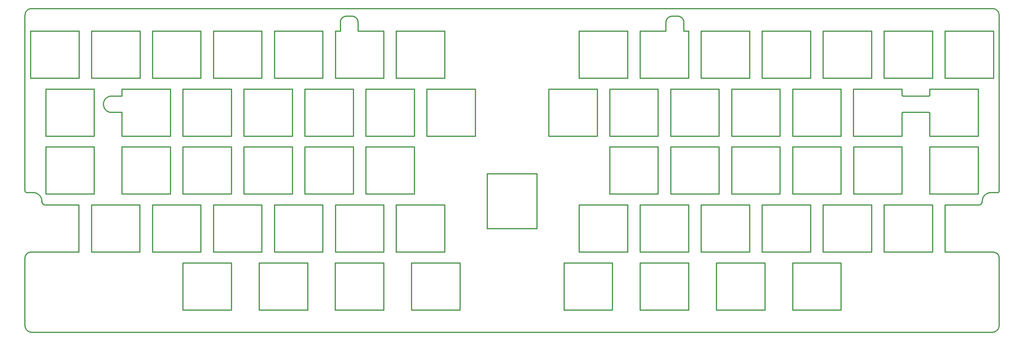
<source format=gm1>
%TF.GenerationSoftware,KiCad,Pcbnew,(6.0.1-0)*%
%TF.CreationDate,2022-02-13T08:03:48+09:00*%
%TF.ProjectId,keyplate,6b657970-6c61-4746-952e-6b696361645f,rev?*%
%TF.SameCoordinates,Original*%
%TF.FileFunction,Profile,NP*%
%FSLAX46Y46*%
G04 Gerber Fmt 4.6, Leading zero omitted, Abs format (unit mm)*
G04 Created by KiCad (PCBNEW (6.0.1-0)) date 2022-02-13 08:03:48*
%MOMM*%
%LPD*%
G01*
G04 APERTURE LIST*
%TA.AperFunction,Profile*%
%ADD10C,0.352776*%
%TD*%
G04 APERTURE END LIST*
D10*
X245087911Y-24199719D02*
X245087911Y-37999644D01*
X245087911Y-37999644D02*
X230885457Y-37999644D01*
X230885457Y-37999644D02*
X230885457Y-24199719D01*
X230885457Y-24199719D02*
X245087911Y-24199719D01*
X245087911Y-24199719D02*
X245087911Y-24199719D01*
X66490739Y-75200324D02*
X66490739Y-89000251D01*
X66490739Y-89000251D02*
X52290761Y-89000251D01*
X52290761Y-89000251D02*
X52290761Y-75200324D01*
X52290761Y-75200324D02*
X66490739Y-75200324D01*
X66490739Y-75200324D02*
X66490739Y-75200324D01*
X191509221Y-24199719D02*
X191509221Y-37999644D01*
X191509221Y-37999644D02*
X177309255Y-37999644D01*
X177309255Y-37999644D02*
X177309255Y-24199719D01*
X177309255Y-24199719D02*
X191509221Y-24199719D01*
X191509221Y-24199719D02*
X191509221Y-24199719D01*
X66493211Y-24199719D02*
X66493211Y-37999644D01*
X66493211Y-37999644D02*
X52293229Y-37999644D01*
X52293229Y-37999644D02*
X52293229Y-24199719D01*
X52293229Y-24199719D02*
X66493211Y-24199719D01*
X66493211Y-24199719D02*
X66493211Y-24199719D01*
X262946553Y-24199719D02*
X262946553Y-37999644D01*
X262946553Y-37999644D02*
X248746572Y-37999644D01*
X248746572Y-37999644D02*
X248746572Y-24199719D01*
X248746572Y-24199719D02*
X262946553Y-24199719D01*
X262946553Y-24199719D02*
X262946553Y-24199719D01*
X231696843Y-92205932D02*
X231696843Y-106005500D01*
X231696843Y-106005500D02*
X217496877Y-106005500D01*
X217496877Y-106005500D02*
X217496877Y-92205932D01*
X217496877Y-92205932D02*
X231696843Y-92205932D01*
X231696843Y-92205932D02*
X231696843Y-92205932D01*
X164893621Y-82111922D02*
X164893621Y-66011889D01*
X164893621Y-66011889D02*
X150393789Y-66011889D01*
X150393789Y-66011889D02*
X150393789Y-82111922D01*
X150393789Y-82111922D02*
X164893621Y-82111922D01*
X164893621Y-82111922D02*
X164893621Y-82111922D01*
X128999982Y-41200036D02*
X128999982Y-54999610D01*
X128999982Y-54999610D02*
X114800000Y-54999610D01*
X114800000Y-54999610D02*
X114800000Y-41200036D01*
X114800000Y-41200036D02*
X128999982Y-41200036D01*
X128999982Y-41200036D02*
X128999982Y-41200036D01*
X236157384Y-41200036D02*
X236157384Y-54999610D01*
X236157384Y-54999610D02*
X221957387Y-54999610D01*
X221957387Y-54999610D02*
X221957387Y-41200036D01*
X221957387Y-41200036D02*
X236157384Y-41200036D01*
X236157384Y-41200036D02*
X236157384Y-41200036D01*
X48626825Y-75200324D02*
X48626825Y-89000251D01*
X48626825Y-89000251D02*
X34426847Y-89000251D01*
X34426847Y-89000251D02*
X34426847Y-75200324D01*
X34426847Y-75200324D02*
X48626825Y-75200324D01*
X48626825Y-75200324D02*
X48626825Y-75200324D01*
X93279912Y-58200000D02*
X93279912Y-71999926D01*
X93279912Y-71999926D02*
X79079938Y-71999926D01*
X79079938Y-71999926D02*
X79079938Y-58200000D01*
X79079938Y-58200000D02*
X93279912Y-58200000D01*
X93279912Y-58200000D02*
X93279912Y-58200000D01*
X111138891Y-41200036D02*
X111138891Y-54999610D01*
X111138891Y-54999610D02*
X96938909Y-54999610D01*
X96938909Y-54999610D02*
X96938909Y-41200036D01*
X96938909Y-41200036D02*
X111138891Y-41200036D01*
X111138891Y-41200036D02*
X111138891Y-41200036D01*
X209365361Y-75200324D02*
X209365361Y-89000251D01*
X209365361Y-89000251D02*
X195165395Y-89000251D01*
X195165395Y-89000251D02*
X195165395Y-75200324D01*
X195165395Y-75200324D02*
X209365361Y-75200324D01*
X209365361Y-75200324D02*
X209365361Y-75200324D01*
X142398458Y-92204169D02*
X142398458Y-106003737D01*
X142398458Y-106003737D02*
X128198468Y-106003737D01*
X128198468Y-106003737D02*
X128198468Y-92204169D01*
X128198468Y-92204169D02*
X142398458Y-92204169D01*
X142398458Y-92204169D02*
X142398458Y-92204169D01*
X102210813Y-24199719D02*
X102210813Y-37999644D01*
X102210813Y-37999644D02*
X88010839Y-37999644D01*
X88010839Y-37999644D02*
X88010839Y-24199719D01*
X88010839Y-24199719D02*
X102210813Y-24199719D01*
X102210813Y-24199719D02*
X102210813Y-24199719D01*
X48634584Y-24199719D02*
X48634584Y-37999644D01*
X48634584Y-37999644D02*
X34434606Y-37999644D01*
X34434606Y-37999644D02*
X34434606Y-24199719D01*
X34434606Y-24199719D02*
X48634584Y-24199719D01*
X48634584Y-24199719D02*
X48634584Y-24199719D01*
X254013524Y-92204169D02*
X254013524Y-106003737D01*
X254013524Y-106003737D02*
X239813543Y-106003737D01*
X239813543Y-106003737D02*
X239813543Y-92204169D01*
X239813543Y-92204169D02*
X254013524Y-92204169D01*
X254013524Y-92204169D02*
X254013524Y-92204169D01*
X271871465Y-42920884D02*
X271871855Y-42936647D01*
X271871855Y-42936647D02*
X271873020Y-42952301D01*
X271873020Y-42952301D02*
X271874948Y-42967819D01*
X271874948Y-42967819D02*
X271877628Y-42983176D01*
X271877628Y-42983176D02*
X271881049Y-42998345D01*
X271881049Y-42998345D02*
X271885202Y-43013299D01*
X271885202Y-43013299D02*
X271890075Y-43028012D01*
X271890075Y-43028012D02*
X271895658Y-43042458D01*
X271895658Y-43042458D02*
X271901939Y-43056611D01*
X271901939Y-43056611D02*
X271908909Y-43070444D01*
X271908909Y-43070444D02*
X271916555Y-43083931D01*
X271916555Y-43083931D02*
X271924869Y-43097045D01*
X271924869Y-43097045D02*
X271933838Y-43109760D01*
X271933838Y-43109760D02*
X271943453Y-43122049D01*
X271943453Y-43122049D02*
X271953701Y-43133887D01*
X271953701Y-43133887D02*
X271964574Y-43145247D01*
X271964574Y-43145247D02*
X271975999Y-43156119D01*
X271975999Y-43156119D02*
X271987893Y-43166367D01*
X271987893Y-43166367D02*
X272000231Y-43175982D01*
X272000231Y-43175982D02*
X272012987Y-43184953D01*
X272012987Y-43184953D02*
X272026136Y-43193268D01*
X272026136Y-43193268D02*
X272039651Y-43200917D01*
X272039651Y-43200917D02*
X272053507Y-43207889D01*
X272053507Y-43207889D02*
X272067678Y-43214173D01*
X272067678Y-43214173D02*
X272082137Y-43219759D01*
X272082137Y-43219759D02*
X272096860Y-43224635D01*
X272096860Y-43224635D02*
X272111820Y-43228791D01*
X272111820Y-43228791D02*
X272126992Y-43232215D01*
X272126992Y-43232215D02*
X272142349Y-43234897D01*
X272142349Y-43234897D02*
X272157865Y-43236827D01*
X272157865Y-43236827D02*
X272173516Y-43237992D01*
X272173516Y-43237992D02*
X272189275Y-43238383D01*
X272189275Y-43238383D02*
X279671697Y-43238383D01*
X279671697Y-43238383D02*
X279687402Y-43237992D01*
X279687402Y-43237992D02*
X279703004Y-43236827D01*
X279703004Y-43236827D02*
X279718479Y-43234897D01*
X279718479Y-43234897D02*
X279733799Y-43232215D01*
X279733799Y-43232215D02*
X279748939Y-43228791D01*
X279748939Y-43228791D02*
X279763872Y-43224635D01*
X279763872Y-43224635D02*
X279778571Y-43219759D01*
X279778571Y-43219759D02*
X279793012Y-43214173D01*
X279793012Y-43214173D02*
X279807167Y-43207889D01*
X279807167Y-43207889D02*
X279821011Y-43200917D01*
X279821011Y-43200917D02*
X279834517Y-43193268D01*
X279834517Y-43193268D02*
X279847658Y-43184953D01*
X279847658Y-43184953D02*
X279860410Y-43175982D01*
X279860410Y-43175982D02*
X279872745Y-43166367D01*
X279872745Y-43166367D02*
X279884638Y-43156119D01*
X279884638Y-43156119D02*
X279896062Y-43145247D01*
X279896062Y-43145247D02*
X279906930Y-43133887D01*
X279906930Y-43133887D02*
X279917176Y-43122049D01*
X279917176Y-43122049D02*
X279926790Y-43109760D01*
X279926790Y-43109760D02*
X279935759Y-43097045D01*
X279935759Y-43097045D02*
X279944074Y-43083931D01*
X279944074Y-43083931D02*
X279951724Y-43070444D01*
X279951724Y-43070444D02*
X279958697Y-43056611D01*
X279958697Y-43056611D02*
X279964982Y-43042458D01*
X279964982Y-43042458D02*
X279970569Y-43028012D01*
X279970569Y-43028012D02*
X279975447Y-43013299D01*
X279975447Y-43013299D02*
X279979604Y-42998345D01*
X279979604Y-42998345D02*
X279983030Y-42983176D01*
X279983030Y-42983176D02*
X279985714Y-42967819D01*
X279985714Y-42967819D02*
X279987644Y-42952301D01*
X279987644Y-42952301D02*
X279988811Y-42936647D01*
X279988811Y-42936647D02*
X279989202Y-42920884D01*
X279989202Y-42920884D02*
X279989202Y-41200036D01*
X279989202Y-41200036D02*
X294189183Y-41200036D01*
X294189183Y-41200036D02*
X294189183Y-54999610D01*
X294189183Y-54999610D02*
X279989202Y-54999610D01*
X279989202Y-54999610D02*
X279989202Y-48370227D01*
X279989202Y-48370227D02*
X279988794Y-48353799D01*
X279988794Y-48353799D02*
X279987579Y-48337473D01*
X279987579Y-48337473D02*
X279985568Y-48321279D01*
X279985568Y-48321279D02*
X279982772Y-48305245D01*
X279982772Y-48305245D02*
X279979203Y-48289399D01*
X279979203Y-48289399D02*
X279974872Y-48273769D01*
X279974872Y-48273769D02*
X279969791Y-48258384D01*
X279969791Y-48258384D02*
X279963971Y-48243273D01*
X279963971Y-48243273D02*
X279957424Y-48228463D01*
X279957424Y-48228463D02*
X279950161Y-48213983D01*
X279950161Y-48213983D02*
X279942193Y-48199862D01*
X279942193Y-48199862D02*
X279933532Y-48186128D01*
X279933532Y-48186128D02*
X279924189Y-48172810D01*
X279924189Y-48172810D02*
X279914177Y-48159935D01*
X279914177Y-48159935D02*
X279903505Y-48147532D01*
X279903505Y-48147532D02*
X279892186Y-48135630D01*
X279892186Y-48135630D02*
X279880222Y-48124309D01*
X279880222Y-48124309D02*
X279867773Y-48113635D01*
X279867773Y-48113635D02*
X279854866Y-48103621D01*
X279854866Y-48103621D02*
X279841528Y-48094277D01*
X279841528Y-48094277D02*
X279827786Y-48085616D01*
X279827786Y-48085616D02*
X279813665Y-48077649D01*
X279813665Y-48077649D02*
X279799194Y-48070386D01*
X279799194Y-48070386D02*
X279784398Y-48063840D01*
X279784398Y-48063840D02*
X279769305Y-48058022D01*
X279769305Y-48058022D02*
X279753941Y-48052942D01*
X279753941Y-48052942D02*
X279738333Y-48048613D01*
X279738333Y-48048613D02*
X279722508Y-48045045D01*
X279722508Y-48045045D02*
X279706492Y-48042251D01*
X279706492Y-48042251D02*
X279690312Y-48040241D01*
X279690312Y-48040241D02*
X279673995Y-48039026D01*
X279673995Y-48039026D02*
X279657567Y-48038619D01*
X279657567Y-48038619D02*
X272203405Y-48038619D01*
X272203405Y-48038619D02*
X272186918Y-48039026D01*
X272186918Y-48039026D02*
X272170549Y-48040241D01*
X272170549Y-48040241D02*
X272154324Y-48042251D01*
X272154324Y-48042251D02*
X272138272Y-48045045D01*
X272138272Y-48045045D02*
X272122417Y-48048613D01*
X272122417Y-48048613D02*
X272106788Y-48052942D01*
X272106788Y-48052942D02*
X272091412Y-48058022D01*
X272091412Y-48058022D02*
X272076314Y-48063840D01*
X272076314Y-48063840D02*
X272061523Y-48070386D01*
X272061523Y-48070386D02*
X272047065Y-48077649D01*
X272047065Y-48077649D02*
X272032966Y-48085616D01*
X272032966Y-48085616D02*
X272019255Y-48094277D01*
X272019255Y-48094277D02*
X272005957Y-48103621D01*
X272005957Y-48103621D02*
X271993100Y-48113635D01*
X271993100Y-48113635D02*
X271980711Y-48124309D01*
X271980711Y-48124309D02*
X271968816Y-48135630D01*
X271968816Y-48135630D02*
X271957433Y-48147532D01*
X271957433Y-48147532D02*
X271946706Y-48159935D01*
X271946706Y-48159935D02*
X271936646Y-48172810D01*
X271936646Y-48172810D02*
X271927263Y-48186128D01*
X271927263Y-48186128D02*
X271918569Y-48199862D01*
X271918569Y-48199862D02*
X271910575Y-48213983D01*
X271910575Y-48213983D02*
X271903290Y-48228463D01*
X271903290Y-48228463D02*
X271896726Y-48243273D01*
X271896726Y-48243273D02*
X271890894Y-48258384D01*
X271890894Y-48258384D02*
X271885804Y-48273769D01*
X271885804Y-48273769D02*
X271881468Y-48289399D01*
X271881468Y-48289399D02*
X271877896Y-48305245D01*
X271877896Y-48305245D02*
X271875098Y-48321279D01*
X271875098Y-48321279D02*
X271873087Y-48337473D01*
X271873087Y-48337473D02*
X271871872Y-48353799D01*
X271871872Y-48353799D02*
X271871465Y-48370227D01*
X271871465Y-48370227D02*
X271871465Y-54999610D01*
X271871465Y-54999610D02*
X257671468Y-54999610D01*
X257671468Y-54999610D02*
X257671468Y-41200036D01*
X257671468Y-41200036D02*
X271871465Y-41200036D01*
X271871465Y-41200036D02*
X271871465Y-42920884D01*
X271871465Y-42920884D02*
X271871465Y-42920884D01*
X102207982Y-75200324D02*
X102207982Y-89000251D01*
X102207982Y-89000251D02*
X88008008Y-89000251D01*
X88008008Y-89000251D02*
X88008008Y-75200324D01*
X88008008Y-75200324D02*
X102207982Y-75200324D01*
X102207982Y-75200324D02*
X102207982Y-75200324D01*
X191506749Y-75200324D02*
X191506749Y-89000251D01*
X191506749Y-89000251D02*
X177304311Y-89000251D01*
X177304311Y-89000251D02*
X177304311Y-75200324D01*
X177304311Y-75200324D02*
X191506749Y-75200324D01*
X191506749Y-75200324D02*
X191506749Y-75200324D01*
X40319633Y-48038619D02*
X40196199Y-48035493D01*
X40196199Y-48035493D02*
X40074376Y-48026216D01*
X40074376Y-48026216D02*
X39954315Y-48010939D01*
X39954315Y-48010939D02*
X39836167Y-47989814D01*
X39836167Y-47989814D02*
X39720084Y-47962991D01*
X39720084Y-47962991D02*
X39606217Y-47930623D01*
X39606217Y-47930623D02*
X39494718Y-47892861D01*
X39494718Y-47892861D02*
X39385737Y-47849855D01*
X39385737Y-47849855D02*
X39279427Y-47801758D01*
X39279427Y-47801758D02*
X39175938Y-47748721D01*
X39175938Y-47748721D02*
X39075421Y-47690894D01*
X39075421Y-47690894D02*
X38978029Y-47628430D01*
X38978029Y-47628430D02*
X38883913Y-47561480D01*
X38883913Y-47561480D02*
X38793223Y-47490195D01*
X38793223Y-47490195D02*
X38706112Y-47414726D01*
X38706112Y-47414726D02*
X38622730Y-47335225D01*
X38622730Y-47335225D02*
X38543229Y-47251843D01*
X38543229Y-47251843D02*
X38467760Y-47164732D01*
X38467760Y-47164732D02*
X38396475Y-47074042D01*
X38396475Y-47074042D02*
X38329525Y-46979925D01*
X38329525Y-46979925D02*
X38267061Y-46882533D01*
X38267061Y-46882533D02*
X38209235Y-46782017D01*
X38209235Y-46782017D02*
X38156197Y-46678528D01*
X38156197Y-46678528D02*
X38108100Y-46572218D01*
X38108100Y-46572218D02*
X38065095Y-46463237D01*
X38065095Y-46463237D02*
X38027333Y-46351738D01*
X38027333Y-46351738D02*
X37994965Y-46237871D01*
X37994965Y-46237871D02*
X37968143Y-46121788D01*
X37968143Y-46121788D02*
X37947017Y-46003641D01*
X37947017Y-46003641D02*
X37931741Y-45883580D01*
X37931741Y-45883580D02*
X37922464Y-45761757D01*
X37922464Y-45761757D02*
X37919338Y-45638324D01*
X37919338Y-45638324D02*
X37922464Y-45514922D01*
X37922464Y-45514922D02*
X37931741Y-45393129D01*
X37931741Y-45393129D02*
X37947017Y-45273097D01*
X37947017Y-45273097D02*
X37968143Y-45154975D01*
X37968143Y-45154975D02*
X37994965Y-45038917D01*
X37994965Y-45038917D02*
X38027333Y-44925073D01*
X38027333Y-44925073D02*
X38065095Y-44813595D01*
X38065095Y-44813595D02*
X38108100Y-44704634D01*
X38108100Y-44704634D02*
X38156197Y-44598341D01*
X38156197Y-44598341D02*
X38209235Y-44494869D01*
X38209235Y-44494869D02*
X38267061Y-44394368D01*
X38267061Y-44394368D02*
X38329525Y-44296989D01*
X38329525Y-44296989D02*
X38396475Y-44202885D01*
X38396475Y-44202885D02*
X38467760Y-44112207D01*
X38467760Y-44112207D02*
X38543229Y-44025105D01*
X38543229Y-44025105D02*
X38622730Y-43941732D01*
X38622730Y-43941732D02*
X38706112Y-43862239D01*
X38706112Y-43862239D02*
X38793223Y-43786777D01*
X38793223Y-43786777D02*
X38883913Y-43715498D01*
X38883913Y-43715498D02*
X38978029Y-43648552D01*
X38978029Y-43648552D02*
X39075421Y-43586093D01*
X39075421Y-43586093D02*
X39175938Y-43528270D01*
X39175938Y-43528270D02*
X39279427Y-43475236D01*
X39279427Y-43475236D02*
X39385737Y-43427141D01*
X39385737Y-43427141D02*
X39494718Y-43384137D01*
X39494718Y-43384137D02*
X39606217Y-43346376D01*
X39606217Y-43346376D02*
X39720084Y-43314009D01*
X39720084Y-43314009D02*
X39836167Y-43287188D01*
X39836167Y-43287188D02*
X39954315Y-43266063D01*
X39954315Y-43266063D02*
X40074376Y-43250786D01*
X40074376Y-43250786D02*
X40196199Y-43241509D01*
X40196199Y-43241509D02*
X40319633Y-43238383D01*
X40319633Y-43238383D02*
X43330934Y-43238383D01*
X43330934Y-43238383D02*
X43330934Y-41200036D01*
X43330934Y-41200036D02*
X57542905Y-41200036D01*
X57542905Y-41200036D02*
X57542905Y-54999610D01*
X57542905Y-54999610D02*
X43330934Y-54999610D01*
X43330934Y-54999610D02*
X43330934Y-48038619D01*
X43330934Y-48038619D02*
X40319633Y-48038619D01*
X40319633Y-48038619D02*
X40319633Y-48038619D01*
X93279912Y-41200036D02*
X93279912Y-54999610D01*
X93279912Y-54999610D02*
X79079938Y-54999610D01*
X79079938Y-54999610D02*
X79079938Y-41200036D01*
X79079938Y-41200036D02*
X93279912Y-41200036D01*
X93279912Y-41200036D02*
X93279912Y-41200036D01*
X35241056Y-58200000D02*
X35241056Y-71999926D01*
X35241056Y-71999926D02*
X21041080Y-71999926D01*
X21041080Y-71999926D02*
X21041080Y-58200000D01*
X21041080Y-58200000D02*
X35241056Y-58200000D01*
X35241056Y-58200000D02*
X35241056Y-58200000D01*
X128999982Y-58200000D02*
X128999982Y-71999926D01*
X128999982Y-71999926D02*
X114800000Y-71999926D01*
X114800000Y-71999926D02*
X114800000Y-58200000D01*
X114800000Y-58200000D02*
X128999982Y-58200000D01*
X128999982Y-58200000D02*
X128999982Y-58200000D01*
X120066968Y-75200324D02*
X120066968Y-89000251D01*
X120066968Y-89000251D02*
X105866987Y-89000251D01*
X105866987Y-89000251D02*
X105866987Y-75200324D01*
X105866987Y-75200324D02*
X120066968Y-75200324D01*
X120066968Y-75200324D02*
X120066968Y-75200324D01*
X218295919Y-41200036D02*
X218295919Y-54999610D01*
X218295919Y-54999610D02*
X204095937Y-54999610D01*
X204095937Y-54999610D02*
X204095937Y-41200036D01*
X204095937Y-41200036D02*
X218295919Y-41200036D01*
X218295919Y-41200036D02*
X218295919Y-41200036D01*
X280810460Y-75200324D02*
X280810460Y-89000251D01*
X280810460Y-89000251D02*
X266610479Y-89000251D01*
X266610479Y-89000251D02*
X266610479Y-75200324D01*
X266610479Y-75200324D02*
X280810460Y-75200324D01*
X280810460Y-75200324D02*
X280810460Y-75200324D01*
X20977226Y-75200324D02*
X20921380Y-75198912D01*
X20921380Y-75198912D02*
X20866267Y-75194722D01*
X20866267Y-75194722D02*
X20811956Y-75187822D01*
X20811956Y-75187822D02*
X20758515Y-75178280D01*
X20758515Y-75178280D02*
X20706013Y-75166164D01*
X20706013Y-75166164D02*
X20654516Y-75151543D01*
X20654516Y-75151543D02*
X20604094Y-75134484D01*
X20604094Y-75134484D02*
X20554815Y-75115056D01*
X20554815Y-75115056D02*
X20506746Y-75093327D01*
X20506746Y-75093327D02*
X20459957Y-75069365D01*
X20459957Y-75069365D02*
X20414514Y-75043238D01*
X20414514Y-75043238D02*
X20370487Y-75015014D01*
X20370487Y-75015014D02*
X20327943Y-74984762D01*
X20327943Y-74984762D02*
X20286951Y-74952549D01*
X20286951Y-74952549D02*
X20247578Y-74918444D01*
X20247578Y-74918444D02*
X20209893Y-74882515D01*
X20209893Y-74882515D02*
X20173964Y-74844830D01*
X20173964Y-74844830D02*
X20139859Y-74805457D01*
X20139859Y-74805457D02*
X20107646Y-74764465D01*
X20107646Y-74764465D02*
X20077394Y-74721921D01*
X20077394Y-74721921D02*
X20049170Y-74677893D01*
X20049170Y-74677893D02*
X20023043Y-74632451D01*
X20023043Y-74632451D02*
X19999081Y-74585661D01*
X19999081Y-74585661D02*
X19977352Y-74537592D01*
X19977352Y-74537592D02*
X19957924Y-74488313D01*
X19957924Y-74488313D02*
X19940865Y-74437891D01*
X19940865Y-74437891D02*
X19926244Y-74386394D01*
X19926244Y-74386394D02*
X19914128Y-74333892D01*
X19914128Y-74333892D02*
X19904586Y-74280451D01*
X19904586Y-74280451D02*
X19897686Y-74226140D01*
X19897686Y-74226140D02*
X19893496Y-74171027D01*
X19893496Y-74171027D02*
X19892084Y-74115180D01*
X19892084Y-74115180D02*
X19892084Y-74114470D01*
X19892084Y-74114470D02*
X19888928Y-73987242D01*
X19888928Y-73987242D02*
X19879517Y-73860885D01*
X19879517Y-73860885D02*
X19863937Y-73735609D01*
X19863937Y-73735609D02*
X19842277Y-73611627D01*
X19842277Y-73611627D02*
X19814622Y-73489147D01*
X19814622Y-73489147D02*
X19781059Y-73368380D01*
X19781059Y-73368380D02*
X19741676Y-73249536D01*
X19741676Y-73249536D02*
X19696558Y-73132826D01*
X19696558Y-73132826D02*
X19645793Y-73018460D01*
X19645793Y-73018460D02*
X19589468Y-72906649D01*
X19589468Y-72906649D02*
X19527670Y-72797602D01*
X19527670Y-72797602D02*
X19460485Y-72691530D01*
X19460485Y-72691530D02*
X19387999Y-72588644D01*
X19387999Y-72588644D02*
X19310301Y-72489153D01*
X19310301Y-72489153D02*
X19227477Y-72393268D01*
X19227477Y-72393268D02*
X19139612Y-72301200D01*
X19139612Y-72301200D02*
X19047350Y-72213537D01*
X19047350Y-72213537D02*
X18951280Y-72130923D01*
X18951280Y-72130923D02*
X18851614Y-72053442D01*
X18851614Y-72053442D02*
X18748565Y-71981180D01*
X18748565Y-71981180D02*
X18642342Y-71914226D01*
X18642342Y-71914226D02*
X18533158Y-71852663D01*
X18533158Y-71852663D02*
X18421223Y-71796580D01*
X18421223Y-71796580D02*
X18306750Y-71746061D01*
X18306750Y-71746061D02*
X18189949Y-71701194D01*
X18189949Y-71701194D02*
X18071032Y-71662064D01*
X18071032Y-71662064D02*
X17950211Y-71628759D01*
X17950211Y-71628759D02*
X17827696Y-71601363D01*
X17827696Y-71601363D02*
X17703698Y-71579964D01*
X17703698Y-71579964D02*
X17578430Y-71564647D01*
X17578430Y-71564647D02*
X17452103Y-71555500D01*
X17452103Y-71555500D02*
X17324928Y-71552607D01*
X17324928Y-71552607D02*
X15430868Y-71556491D01*
X15430868Y-71556491D02*
X15077386Y-71410087D01*
X15077386Y-71410087D02*
X14930984Y-71056605D01*
X14930984Y-71056605D02*
X14932042Y-19575167D01*
X14932042Y-19575167D02*
X14938040Y-19418181D01*
X14938040Y-19418181D02*
X14956031Y-19261901D01*
X14956031Y-19261901D02*
X14987075Y-19108091D01*
X14987075Y-19108091D02*
X15029056Y-18956043D01*
X15029056Y-18956043D02*
X15084089Y-18808935D01*
X15084089Y-18808935D02*
X15149000Y-18667119D01*
X15149000Y-18667119D02*
X15225905Y-18529889D01*
X15225905Y-18529889D02*
X15313041Y-18399009D01*
X15313041Y-18399009D02*
X15411113Y-18275889D01*
X15411113Y-18275889D02*
X15516947Y-18160179D01*
X15516947Y-18160179D02*
X15633009Y-18053993D01*
X15633009Y-18053993D02*
X15756129Y-17955921D01*
X15756129Y-17955921D02*
X15887009Y-17869138D01*
X15887009Y-17869138D02*
X16023887Y-17791880D01*
X16023887Y-17791880D02*
X16166056Y-17726969D01*
X16166056Y-17726969D02*
X16313164Y-17671935D01*
X16313164Y-17671935D02*
X16464858Y-17629955D01*
X16464858Y-17629955D02*
X16619021Y-17598911D01*
X16619021Y-17598911D02*
X16774949Y-17580919D01*
X16774949Y-17580919D02*
X16931934Y-17573863D01*
X16931934Y-17573863D02*
X298306432Y-17574921D01*
X298306432Y-17574921D02*
X298462346Y-17580919D01*
X298462346Y-17580919D02*
X298618291Y-17598911D01*
X298618291Y-17598911D02*
X298772435Y-17629955D01*
X298772435Y-17629955D02*
X298925206Y-17671935D01*
X298925206Y-17671935D02*
X299071264Y-17726969D01*
X299071264Y-17726969D02*
X299213414Y-17791880D01*
X299213414Y-17791880D02*
X299350286Y-17869138D01*
X299350286Y-17869138D02*
X299481176Y-17955921D01*
X299481176Y-17955921D02*
X299604284Y-18053993D01*
X299604284Y-18053993D02*
X299720372Y-18160179D01*
X299720372Y-18160179D02*
X299826177Y-18275889D01*
X299826177Y-18275889D02*
X299925328Y-18399009D01*
X299925328Y-18399009D02*
X300011388Y-18529889D01*
X300011388Y-18529889D02*
X300088292Y-18667119D01*
X300088292Y-18667119D02*
X300153203Y-18808935D01*
X300153203Y-18808935D02*
X300208257Y-18956043D01*
X300208257Y-18956043D02*
X300250249Y-19108091D01*
X300250249Y-19108091D02*
X300281286Y-19261901D01*
X300281286Y-19261901D02*
X300300328Y-19418181D01*
X300300328Y-19418181D02*
X300306310Y-19575167D01*
X300306310Y-19575167D02*
X300306310Y-71043200D01*
X300306310Y-71043200D02*
X300305684Y-71068460D01*
X300305684Y-71068460D02*
X300303819Y-71093547D01*
X300303819Y-71093547D02*
X300300731Y-71118419D01*
X300300731Y-71118419D02*
X300296438Y-71143034D01*
X300296438Y-71143034D02*
X300290956Y-71167353D01*
X300290956Y-71167353D02*
X300284302Y-71191332D01*
X300284302Y-71191332D02*
X300276494Y-71214931D01*
X300276494Y-71214931D02*
X300267549Y-71238108D01*
X300267549Y-71238108D02*
X300257483Y-71260822D01*
X300257483Y-71260822D02*
X300246313Y-71283032D01*
X300246313Y-71283032D02*
X300234058Y-71304697D01*
X300234058Y-71304697D02*
X300220732Y-71325774D01*
X300220732Y-71325774D02*
X300206355Y-71346222D01*
X300206355Y-71346222D02*
X300190942Y-71366001D01*
X300190942Y-71366001D02*
X300174511Y-71385069D01*
X300174511Y-71385069D02*
X300157079Y-71403384D01*
X300157079Y-71403384D02*
X300138767Y-71420814D01*
X300138767Y-71420814D02*
X300119703Y-71437244D01*
X300119703Y-71437244D02*
X300099928Y-71452655D01*
X300099928Y-71452655D02*
X300079482Y-71467032D01*
X300079482Y-71467032D02*
X300058408Y-71480356D01*
X300058408Y-71480356D02*
X300036747Y-71492611D01*
X300036747Y-71492611D02*
X300014539Y-71503780D01*
X300014539Y-71503780D02*
X299991826Y-71513846D01*
X299991826Y-71513846D02*
X299968650Y-71522791D01*
X299968650Y-71522791D02*
X299945052Y-71530599D01*
X299945052Y-71530599D02*
X299921073Y-71537253D01*
X299921073Y-71537253D02*
X299896755Y-71542735D01*
X299896755Y-71542735D02*
X299872138Y-71547029D01*
X299872138Y-71547029D02*
X299847264Y-71550117D01*
X299847264Y-71550117D02*
X299822174Y-71551982D01*
X299822174Y-71551982D02*
X299796911Y-71552607D01*
X299796911Y-71552607D02*
X297910253Y-71552607D01*
X297910253Y-71552607D02*
X297783087Y-71555760D01*
X297783087Y-71555760D02*
X297656784Y-71565158D01*
X297656784Y-71565158D02*
X297531554Y-71580715D01*
X297531554Y-71580715D02*
X297407606Y-71602343D01*
X297407606Y-71602343D02*
X297285151Y-71629956D01*
X297285151Y-71629956D02*
X297164398Y-71663465D01*
X297164398Y-71663465D02*
X297045557Y-71702784D01*
X297045557Y-71702784D02*
X296928838Y-71747825D01*
X296928838Y-71747825D02*
X296814451Y-71798500D01*
X296814451Y-71798500D02*
X296702605Y-71854723D01*
X296702605Y-71854723D02*
X296593511Y-71916406D01*
X296593511Y-71916406D02*
X296487377Y-71983462D01*
X296487377Y-71983462D02*
X296384415Y-72055804D01*
X296384415Y-72055804D02*
X296284834Y-72133344D01*
X296284834Y-72133344D02*
X296188844Y-72215994D01*
X296188844Y-72215994D02*
X296096654Y-72303668D01*
X296096654Y-72303668D02*
X296008975Y-72395861D01*
X296008975Y-72395861D02*
X295926319Y-72491854D01*
X295926319Y-72491854D02*
X295848775Y-72591438D01*
X295848775Y-72591438D02*
X295776430Y-72694403D01*
X295776430Y-72694403D02*
X295709370Y-72800538D01*
X295709370Y-72800538D02*
X295647684Y-72909634D01*
X295647684Y-72909634D02*
X295591458Y-73021482D01*
X295591458Y-73021482D02*
X295540780Y-73135871D01*
X295540780Y-73135871D02*
X295495738Y-73252591D01*
X295495738Y-73252591D02*
X295456417Y-73371433D01*
X295456417Y-73371433D02*
X295422907Y-73492187D01*
X295422907Y-73492187D02*
X295395293Y-73614644D01*
X295395293Y-73614644D02*
X295373664Y-73738592D01*
X295373664Y-73738592D02*
X295358106Y-73863823D01*
X295358106Y-73863823D02*
X295348708Y-73990127D01*
X295348708Y-73990127D02*
X295345556Y-74117293D01*
X295345556Y-74117293D02*
X295345556Y-74121882D01*
X295345556Y-74121882D02*
X295344230Y-74175371D01*
X295344230Y-74175371D02*
X295340279Y-74228491D01*
X295340279Y-74228491D02*
X295333738Y-74281155D01*
X295333738Y-74281155D02*
X295324643Y-74333277D01*
X295324643Y-74333277D02*
X295313031Y-74384768D01*
X295313031Y-74384768D02*
X295298937Y-74435542D01*
X295298937Y-74435542D02*
X295282397Y-74485510D01*
X295282397Y-74485510D02*
X295263448Y-74534586D01*
X295263448Y-74534586D02*
X295242126Y-74582683D01*
X295242126Y-74582683D02*
X295218467Y-74629712D01*
X295218467Y-74629712D02*
X295192506Y-74675586D01*
X295192506Y-74675586D02*
X295164281Y-74720219D01*
X295164281Y-74720219D02*
X295133827Y-74763523D01*
X295133827Y-74763523D02*
X295101181Y-74805410D01*
X295101181Y-74805410D02*
X295066378Y-74845793D01*
X295066378Y-74845793D02*
X295029454Y-74884585D01*
X295029454Y-74884585D02*
X294990728Y-74921442D01*
X294990728Y-74921442D02*
X294950403Y-74956188D01*
X294950403Y-74956188D02*
X294908566Y-74988784D01*
X294908566Y-74988784D02*
X294865305Y-75019196D01*
X294865305Y-75019196D02*
X294820709Y-75047386D01*
X294820709Y-75047386D02*
X294774865Y-75073317D01*
X294774865Y-75073317D02*
X294727860Y-75096952D01*
X294727860Y-75096952D02*
X294679784Y-75118256D01*
X294679784Y-75118256D02*
X294630724Y-75137191D01*
X294630724Y-75137191D02*
X294580767Y-75153720D01*
X294580767Y-75153720D02*
X294530002Y-75167807D01*
X294530002Y-75167807D02*
X294478516Y-75179415D01*
X294478516Y-75179415D02*
X294426397Y-75188508D01*
X294426397Y-75188508D02*
X294373734Y-75195048D01*
X294373734Y-75195048D02*
X294320614Y-75198999D01*
X294320614Y-75198999D02*
X294267125Y-75200324D01*
X294267125Y-75200324D02*
X284465581Y-75200324D01*
X284465581Y-75200324D02*
X284465581Y-89000251D01*
X284465581Y-89000251D02*
X298542424Y-89000251D01*
X298542424Y-89000251D02*
X298629890Y-89002415D01*
X298629890Y-89002415D02*
X298716763Y-89008870D01*
X298716763Y-89008870D02*
X298802899Y-89019556D01*
X298802899Y-89019556D02*
X298888154Y-89034414D01*
X298888154Y-89034414D02*
X298972383Y-89053386D01*
X298972383Y-89053386D02*
X299055441Y-89076412D01*
X299055441Y-89076412D02*
X299137185Y-89103433D01*
X299137185Y-89103433D02*
X299217469Y-89134392D01*
X299217469Y-89134392D02*
X299296150Y-89169228D01*
X299296150Y-89169228D02*
X299373082Y-89207883D01*
X299373082Y-89207883D02*
X299448120Y-89250298D01*
X299448120Y-89250298D02*
X299521122Y-89296415D01*
X299521122Y-89296415D02*
X299591941Y-89346174D01*
X299591941Y-89346174D02*
X299660434Y-89399516D01*
X299660434Y-89399516D02*
X299726455Y-89456383D01*
X299726455Y-89456383D02*
X299789861Y-89516715D01*
X299789861Y-89516715D02*
X299850132Y-89580116D01*
X299850132Y-89580116D02*
X299906952Y-89646134D01*
X299906952Y-89646134D02*
X299960262Y-89714623D01*
X299960262Y-89714623D02*
X300010001Y-89785441D01*
X300010001Y-89785441D02*
X300056108Y-89858441D01*
X300056108Y-89858441D02*
X300098524Y-89933480D01*
X300098524Y-89933480D02*
X300137187Y-90010412D01*
X300137187Y-90010412D02*
X300172036Y-90089093D01*
X300172036Y-90089093D02*
X300203013Y-90169378D01*
X300203013Y-90169378D02*
X300230055Y-90251123D01*
X300230055Y-90251123D02*
X300253103Y-90334182D01*
X300253103Y-90334182D02*
X300272096Y-90418411D01*
X300272096Y-90418411D02*
X300286974Y-90503666D01*
X300286974Y-90503666D02*
X300297676Y-90589802D01*
X300297676Y-90589802D02*
X300304141Y-90676673D01*
X300304141Y-90676673D02*
X300306310Y-90764136D01*
X300306310Y-90764136D02*
X300306310Y-110501639D01*
X300306310Y-110501639D02*
X300300328Y-110656859D01*
X300300328Y-110656859D02*
X300281286Y-110812796D01*
X300281286Y-110812796D02*
X300250249Y-110966956D01*
X300250249Y-110966956D02*
X300208257Y-111118659D01*
X300208257Y-111118659D02*
X300153203Y-111266814D01*
X300153203Y-111266814D02*
X300088292Y-111407920D01*
X300088292Y-111407920D02*
X300011388Y-111544799D01*
X300011388Y-111544799D02*
X299925328Y-111675689D01*
X299925328Y-111675689D02*
X299826177Y-111799872D01*
X299826177Y-111799872D02*
X299720372Y-111915923D01*
X299720372Y-111915923D02*
X299604284Y-112020697D01*
X299604284Y-112020697D02*
X299481176Y-112118773D01*
X299481176Y-112118773D02*
X299350286Y-112205909D01*
X299350286Y-112205909D02*
X299213414Y-112282813D01*
X299213414Y-112282813D02*
X299071264Y-112347724D01*
X299071264Y-112347724D02*
X298925206Y-112403815D01*
X298925206Y-112403815D02*
X298772435Y-112445800D01*
X298772435Y-112445800D02*
X298618291Y-112475783D01*
X298618291Y-112475783D02*
X298462346Y-112493773D01*
X298462346Y-112493773D02*
X298306432Y-112499770D01*
X298306432Y-112499770D02*
X16931934Y-112501891D01*
X16931934Y-112501891D02*
X16774949Y-112493773D01*
X16774949Y-112493773D02*
X16619021Y-112475783D01*
X16619021Y-112475783D02*
X16464858Y-112445800D01*
X16464858Y-112445800D02*
X16313164Y-112403815D01*
X16313164Y-112403815D02*
X16166056Y-112347724D01*
X16166056Y-112347724D02*
X16023887Y-112282813D01*
X16023887Y-112282813D02*
X15887009Y-112205909D01*
X15887009Y-112205909D02*
X15756129Y-112118773D01*
X15756129Y-112118773D02*
X15633009Y-112020697D01*
X15633009Y-112020697D02*
X15516947Y-111915923D01*
X15516947Y-111915923D02*
X15411113Y-111799872D01*
X15411113Y-111799872D02*
X15313041Y-111675689D01*
X15313041Y-111675689D02*
X15225905Y-111544799D01*
X15225905Y-111544799D02*
X15149000Y-111407920D01*
X15149000Y-111407920D02*
X15084089Y-111266814D01*
X15084089Y-111266814D02*
X15029056Y-111118659D01*
X15029056Y-111118659D02*
X14987075Y-110966956D01*
X14987075Y-110966956D02*
X14956031Y-110812796D01*
X14956031Y-110812796D02*
X14938040Y-110656859D01*
X14938040Y-110656859D02*
X14930984Y-110501639D01*
X14930984Y-110501639D02*
X14930984Y-90764136D01*
X14930984Y-90764136D02*
X14933153Y-90676673D01*
X14933153Y-90676673D02*
X14939619Y-90589802D01*
X14939619Y-90589802D02*
X14950322Y-90503666D01*
X14950322Y-90503666D02*
X14965203Y-90418411D01*
X14965203Y-90418411D02*
X14984202Y-90334182D01*
X14984202Y-90334182D02*
X15007258Y-90251123D01*
X15007258Y-90251123D02*
X15034312Y-90169378D01*
X15034312Y-90169378D02*
X15065304Y-90089093D01*
X15065304Y-90089093D02*
X15100173Y-90010412D01*
X15100173Y-90010412D02*
X15138860Y-89933480D01*
X15138860Y-89933480D02*
X15181305Y-89858441D01*
X15181305Y-89858441D02*
X15227449Y-89785441D01*
X15227449Y-89785441D02*
X15277230Y-89714623D01*
X15277230Y-89714623D02*
X15330589Y-89646134D01*
X15330589Y-89646134D02*
X15387466Y-89580116D01*
X15387466Y-89580116D02*
X15447802Y-89516715D01*
X15447802Y-89516715D02*
X15511141Y-89456383D01*
X15511141Y-89456383D02*
X15577105Y-89399516D01*
X15577105Y-89399516D02*
X15645548Y-89346174D01*
X15645548Y-89346174D02*
X15716326Y-89296415D01*
X15716326Y-89296415D02*
X15789292Y-89250298D01*
X15789292Y-89250298D02*
X15864303Y-89207883D01*
X15864303Y-89207883D02*
X15941211Y-89169228D01*
X15941211Y-89169228D02*
X16019874Y-89134392D01*
X16019874Y-89134392D02*
X16100144Y-89103433D01*
X16100144Y-89103433D02*
X16181878Y-89076412D01*
X16181878Y-89076412D02*
X16264929Y-89053386D01*
X16264929Y-89053386D02*
X16349152Y-89034414D01*
X16349152Y-89034414D02*
X16434403Y-89019556D01*
X16434403Y-89019556D02*
X16520536Y-89008870D01*
X16520536Y-89008870D02*
X16607407Y-89002415D01*
X16607407Y-89002415D02*
X16694868Y-89000251D01*
X16694868Y-89000251D02*
X30743148Y-89000251D01*
X30743148Y-89000251D02*
X30743148Y-75200324D01*
X30743148Y-75200324D02*
X20977226Y-75200324D01*
X20977226Y-75200324D02*
X20977226Y-75200324D01*
X200437291Y-58200000D02*
X200437291Y-71999926D01*
X200437291Y-71999926D02*
X186237325Y-71999926D01*
X186237325Y-71999926D02*
X186237325Y-58200000D01*
X186237325Y-58200000D02*
X200437291Y-58200000D01*
X200437291Y-58200000D02*
X200437291Y-58200000D01*
X30773488Y-24199719D02*
X30773488Y-37999644D01*
X30773488Y-37999644D02*
X16573513Y-37999644D01*
X16573513Y-37999644D02*
X16573513Y-24199719D01*
X16573513Y-24199719D02*
X30773488Y-24199719D01*
X30773488Y-24199719D02*
X30773488Y-24199719D01*
X200437291Y-41200036D02*
X200437291Y-54999610D01*
X200437291Y-54999610D02*
X186237325Y-54999610D01*
X186237325Y-54999610D02*
X186237325Y-41200036D01*
X186237325Y-41200036D02*
X200437291Y-41200036D01*
X200437291Y-41200036D02*
X200437291Y-41200036D01*
X245082982Y-75200324D02*
X245082982Y-89000251D01*
X245082982Y-89000251D02*
X230880162Y-89000251D01*
X230880162Y-89000251D02*
X230880162Y-75200324D01*
X230880162Y-75200324D02*
X245082982Y-75200324D01*
X245082982Y-75200324D02*
X245082982Y-75200324D01*
X111138891Y-58200000D02*
X111138891Y-71999926D01*
X111138891Y-71999926D02*
X96938909Y-71999926D01*
X96938909Y-71999926D02*
X96938909Y-58200000D01*
X96938909Y-58200000D02*
X111138891Y-58200000D01*
X111138891Y-58200000D02*
X111138891Y-58200000D01*
X137928060Y-75200324D02*
X137928060Y-89000251D01*
X137928060Y-89000251D02*
X123728078Y-89000251D01*
X123728078Y-89000251D02*
X123728078Y-75200324D01*
X123728078Y-75200324D02*
X137928060Y-75200324D01*
X137928060Y-75200324D02*
X137928060Y-75200324D01*
X97742887Y-92202399D02*
X97742887Y-106001975D01*
X97742887Y-106001975D02*
X83542913Y-106001975D01*
X83542913Y-106001975D02*
X83542913Y-92202399D01*
X83542913Y-92202399D02*
X97742887Y-92202399D01*
X97742887Y-92202399D02*
X97742887Y-92202399D01*
X146858602Y-41200036D02*
X146858602Y-54999610D01*
X146858602Y-54999610D02*
X132658635Y-54999610D01*
X132658635Y-54999610D02*
X132658635Y-41200036D01*
X132658635Y-41200036D02*
X146858602Y-41200036D01*
X146858602Y-41200036D02*
X146858602Y-41200036D01*
X120071904Y-24199719D02*
X120071904Y-37999644D01*
X120071904Y-37999644D02*
X105871930Y-37999644D01*
X105871930Y-37999644D02*
X105871930Y-24199719D01*
X105871930Y-24199719D02*
X107305967Y-24199719D01*
X107305967Y-24199719D02*
X107305967Y-21589876D01*
X107305967Y-21589876D02*
X107308328Y-21499120D01*
X107308328Y-21499120D02*
X107315335Y-21409554D01*
X107315335Y-21409554D02*
X107326876Y-21321288D01*
X107326876Y-21321288D02*
X107342834Y-21234434D01*
X107342834Y-21234434D02*
X107363098Y-21149103D01*
X107363098Y-21149103D02*
X107387552Y-21065406D01*
X107387552Y-21065406D02*
X107416082Y-20983453D01*
X107416082Y-20983453D02*
X107448576Y-20903355D01*
X107448576Y-20903355D02*
X107484918Y-20825224D01*
X107484918Y-20825224D02*
X107524995Y-20749170D01*
X107524995Y-20749170D02*
X107568694Y-20675304D01*
X107568694Y-20675304D02*
X107615899Y-20603737D01*
X107615899Y-20603737D02*
X107666497Y-20534580D01*
X107666497Y-20534580D02*
X107720375Y-20467943D01*
X107720375Y-20467943D02*
X107777417Y-20403939D01*
X107777417Y-20403939D02*
X107837511Y-20342677D01*
X107837511Y-20342677D02*
X107900543Y-20284269D01*
X107900543Y-20284269D02*
X107966397Y-20228825D01*
X107966397Y-20228825D02*
X108034961Y-20176457D01*
X108034961Y-20176457D02*
X108106121Y-20127274D01*
X108106121Y-20127274D02*
X108179762Y-20081390D01*
X108179762Y-20081390D02*
X108255770Y-20038913D01*
X108255770Y-20038913D02*
X108334033Y-19999955D01*
X108334033Y-19999955D02*
X108414435Y-19964627D01*
X108414435Y-19964627D02*
X108496862Y-19933040D01*
X108496862Y-19933040D02*
X108581202Y-19905305D01*
X108581202Y-19905305D02*
X108667339Y-19881532D01*
X108667339Y-19881532D02*
X108755161Y-19861833D01*
X108755161Y-19861833D02*
X108844552Y-19846319D01*
X108844552Y-19846319D02*
X108935400Y-19835100D01*
X108935400Y-19835100D02*
X109027589Y-19828287D01*
X109027589Y-19828287D02*
X109121007Y-19825992D01*
X109121007Y-19825992D02*
X110673215Y-19825992D01*
X110673215Y-19825992D02*
X110766601Y-19828287D01*
X110766601Y-19828287D02*
X110858764Y-19835100D01*
X110858764Y-19835100D02*
X110949587Y-19846319D01*
X110949587Y-19846319D02*
X111038959Y-19861833D01*
X111038959Y-19861833D02*
X111126764Y-19881532D01*
X111126764Y-19881532D02*
X111212888Y-19905305D01*
X111212888Y-19905305D02*
X111297217Y-19933040D01*
X111297217Y-19933040D02*
X111379638Y-19964627D01*
X111379638Y-19964627D02*
X111460035Y-19999955D01*
X111460035Y-19999955D02*
X111538295Y-20038913D01*
X111538295Y-20038913D02*
X111614304Y-20081390D01*
X111614304Y-20081390D02*
X111687947Y-20127274D01*
X111687947Y-20127274D02*
X111759110Y-20176457D01*
X111759110Y-20176457D02*
X111827679Y-20228825D01*
X111827679Y-20228825D02*
X111893541Y-20284269D01*
X111893541Y-20284269D02*
X111956580Y-20342677D01*
X111956580Y-20342677D02*
X112016684Y-20403939D01*
X112016684Y-20403939D02*
X112073736Y-20467943D01*
X112073736Y-20467943D02*
X112127625Y-20534580D01*
X112127625Y-20534580D02*
X112178234Y-20603737D01*
X112178234Y-20603737D02*
X112225451Y-20675304D01*
X112225451Y-20675304D02*
X112269161Y-20749170D01*
X112269161Y-20749170D02*
X112309249Y-20825224D01*
X112309249Y-20825224D02*
X112345603Y-20903355D01*
X112345603Y-20903355D02*
X112378106Y-20983453D01*
X112378106Y-20983453D02*
X112406647Y-21065406D01*
X112406647Y-21065406D02*
X112431110Y-21149103D01*
X112431110Y-21149103D02*
X112451381Y-21234434D01*
X112451381Y-21234434D02*
X112467346Y-21321288D01*
X112467346Y-21321288D02*
X112478890Y-21409554D01*
X112478890Y-21409554D02*
X112485901Y-21499120D01*
X112485901Y-21499120D02*
X112488263Y-21589876D01*
X112488263Y-21589876D02*
X112488263Y-24199719D01*
X112488263Y-24199719D02*
X120071904Y-24199719D01*
X120071904Y-24199719D02*
X120071904Y-24199719D01*
X137930532Y-24199719D02*
X137930532Y-37999644D01*
X137930532Y-37999644D02*
X123730542Y-37999644D01*
X123730542Y-37999644D02*
X123730542Y-24199719D01*
X123730542Y-24199719D02*
X137930532Y-24199719D01*
X137930532Y-24199719D02*
X137930532Y-24199719D01*
X209367849Y-24199719D02*
X209367849Y-37999644D01*
X209367849Y-37999644D02*
X195167867Y-37999644D01*
X195167867Y-37999644D02*
X195167867Y-24199719D01*
X195167867Y-24199719D02*
X202708135Y-24199719D01*
X202708135Y-24199719D02*
X202708135Y-21589876D01*
X202708135Y-21589876D02*
X202710365Y-21502414D01*
X202710365Y-21502414D02*
X202717015Y-21415544D01*
X202717015Y-21415544D02*
X202728023Y-21329411D01*
X202728023Y-21329411D02*
X202743328Y-21244160D01*
X202743328Y-21244160D02*
X202762868Y-21159936D01*
X202762868Y-21159936D02*
X202786581Y-21076885D01*
X202786581Y-21076885D02*
X202814407Y-20995151D01*
X202814407Y-20995151D02*
X202846284Y-20914881D01*
X202846284Y-20914881D02*
X202882150Y-20836219D01*
X202882150Y-20836219D02*
X202921944Y-20759310D01*
X202921944Y-20759310D02*
X202965605Y-20684299D01*
X202965605Y-20684299D02*
X203013070Y-20611333D01*
X203013070Y-20611333D02*
X203064279Y-20540556D01*
X203064279Y-20540556D02*
X203119169Y-20472112D01*
X203119169Y-20472112D02*
X203177681Y-20406149D01*
X203177681Y-20406149D02*
X203239751Y-20342810D01*
X203239751Y-20342810D02*
X203304981Y-20282474D01*
X203304981Y-20282474D02*
X203372905Y-20225596D01*
X203372905Y-20225596D02*
X203443375Y-20172237D01*
X203443375Y-20172237D02*
X203516241Y-20122456D01*
X203516241Y-20122456D02*
X203591353Y-20076313D01*
X203591353Y-20076313D02*
X203668563Y-20033868D01*
X203668563Y-20033868D02*
X203747721Y-19995180D01*
X203747721Y-19995180D02*
X203828677Y-19960311D01*
X203828677Y-19960311D02*
X203911283Y-19929319D01*
X203911283Y-19929319D02*
X203995389Y-19902266D01*
X203995389Y-19902266D02*
X204080844Y-19879209D01*
X204080844Y-19879209D02*
X204167501Y-19860211D01*
X204167501Y-19860211D02*
X204255210Y-19845330D01*
X204255210Y-19845330D02*
X204343821Y-19834626D01*
X204343821Y-19834626D02*
X204433185Y-19828160D01*
X204433185Y-19828160D02*
X204523153Y-19825992D01*
X204523153Y-19825992D02*
X206111715Y-19825992D01*
X206111715Y-19825992D02*
X206201749Y-19828160D01*
X206201749Y-19828160D02*
X206291171Y-19834626D01*
X206291171Y-19834626D02*
X206379831Y-19845330D01*
X206379831Y-19845330D02*
X206467582Y-19860211D01*
X206467582Y-19860211D02*
X206554274Y-19879209D01*
X206554274Y-19879209D02*
X206639758Y-19902266D01*
X206639758Y-19902266D02*
X206723887Y-19929319D01*
X206723887Y-19929319D02*
X206806510Y-19960311D01*
X206806510Y-19960311D02*
X206887480Y-19995180D01*
X206887480Y-19995180D02*
X206966648Y-20033868D01*
X206966648Y-20033868D02*
X207043865Y-20076313D01*
X207043865Y-20076313D02*
X207118983Y-20122456D01*
X207118983Y-20122456D02*
X207191852Y-20172237D01*
X207191852Y-20172237D02*
X207262324Y-20225596D01*
X207262324Y-20225596D02*
X207330250Y-20282474D01*
X207330250Y-20282474D02*
X207395482Y-20342810D01*
X207395482Y-20342810D02*
X207457493Y-20406149D01*
X207457493Y-20406149D02*
X207515960Y-20472112D01*
X207515960Y-20472112D02*
X207570820Y-20540556D01*
X207570820Y-20540556D02*
X207622011Y-20611333D01*
X207622011Y-20611333D02*
X207669470Y-20684299D01*
X207669470Y-20684299D02*
X207713133Y-20759310D01*
X207713133Y-20759310D02*
X207752937Y-20836219D01*
X207752937Y-20836219D02*
X207788820Y-20914881D01*
X207788820Y-20914881D02*
X207820717Y-20995151D01*
X207820717Y-20995151D02*
X207848566Y-21076885D01*
X207848566Y-21076885D02*
X207872304Y-21159936D01*
X207872304Y-21159936D02*
X207891867Y-21244160D01*
X207891867Y-21244160D02*
X207907193Y-21329411D01*
X207907193Y-21329411D02*
X207918218Y-21415544D01*
X207918218Y-21415544D02*
X207924879Y-21502414D01*
X207924879Y-21502414D02*
X207927114Y-21589876D01*
X207927114Y-21589876D02*
X207927114Y-24199719D01*
X207927114Y-24199719D02*
X209367849Y-24199719D01*
X209367849Y-24199719D02*
X209367849Y-24199719D01*
X262951482Y-75200324D02*
X262951482Y-89000251D01*
X262951482Y-89000251D02*
X248751485Y-89000251D01*
X248751485Y-89000251D02*
X248751485Y-75200324D01*
X248751485Y-75200324D02*
X262951482Y-75200324D01*
X262951482Y-75200324D02*
X262951482Y-75200324D01*
X227223989Y-75200324D02*
X227223989Y-89000251D01*
X227223989Y-89000251D02*
X213024038Y-89000251D01*
X213024038Y-89000251D02*
X213024038Y-75200324D01*
X213024038Y-75200324D02*
X227223989Y-75200324D01*
X227223989Y-75200324D02*
X227223989Y-75200324D01*
X35241056Y-41200036D02*
X35241056Y-54999610D01*
X35241056Y-54999610D02*
X21041080Y-54999610D01*
X21041080Y-54999610D02*
X21041080Y-41200036D01*
X21041080Y-41200036D02*
X35241056Y-41200036D01*
X35241056Y-41200036D02*
X35241056Y-41200036D01*
X271880986Y-58200000D02*
X271880986Y-71999926D01*
X271880986Y-71999926D02*
X257680990Y-71999926D01*
X257680990Y-71999926D02*
X257680990Y-58200000D01*
X257680990Y-58200000D02*
X271880986Y-58200000D01*
X271880986Y-58200000D02*
X271880986Y-58200000D01*
X209367849Y-92204169D02*
X209367849Y-106003737D01*
X209367849Y-106003737D02*
X195167867Y-106003737D01*
X195167867Y-106003737D02*
X195167867Y-92204169D01*
X195167867Y-92204169D02*
X209367849Y-92204169D01*
X209367849Y-92204169D02*
X209367849Y-92204169D01*
X218295919Y-58200000D02*
X218295919Y-71999926D01*
X218295919Y-71999926D02*
X204095937Y-71999926D01*
X204095937Y-71999926D02*
X204095937Y-58200000D01*
X204095937Y-58200000D02*
X218295919Y-58200000D01*
X218295919Y-58200000D02*
X218295919Y-58200000D01*
X227226461Y-24199719D02*
X227226461Y-37999644D01*
X227226461Y-37999644D02*
X213026494Y-37999644D01*
X213026494Y-37999644D02*
X213026494Y-24199719D01*
X213026494Y-24199719D02*
X227226461Y-24199719D01*
X227226461Y-24199719D02*
X227226461Y-24199719D01*
X84351827Y-24199719D02*
X84351827Y-37999644D01*
X84351827Y-37999644D02*
X70151857Y-37999644D01*
X70151857Y-37999644D02*
X70151857Y-24199719D01*
X70151857Y-24199719D02*
X84351827Y-24199719D01*
X84351827Y-24199719D02*
X84351827Y-24199719D01*
X75421285Y-41200036D02*
X75421285Y-54999610D01*
X75421285Y-54999610D02*
X61221311Y-54999610D01*
X61221311Y-54999610D02*
X61221311Y-41200036D01*
X61221311Y-41200036D02*
X75421285Y-41200036D01*
X75421285Y-41200036D02*
X75421285Y-41200036D01*
X187043782Y-92204169D02*
X187043782Y-106003737D01*
X187043782Y-106003737D02*
X172843801Y-106003737D01*
X172843801Y-106003737D02*
X172843801Y-92204169D01*
X172843801Y-92204169D02*
X187043782Y-92204169D01*
X187043782Y-92204169D02*
X187043782Y-92204169D01*
X182578679Y-41200036D02*
X182578679Y-54999610D01*
X182578679Y-54999610D02*
X168376241Y-54999610D01*
X168376241Y-54999610D02*
X168376241Y-41200036D01*
X168376241Y-41200036D02*
X182578679Y-41200036D01*
X182578679Y-41200036D02*
X182578679Y-41200036D01*
X280805181Y-24199719D02*
X280805181Y-37999644D01*
X280805181Y-37999644D02*
X266605169Y-37999644D01*
X266605169Y-37999644D02*
X266605169Y-24199719D01*
X266605169Y-24199719D02*
X280805181Y-24199719D01*
X280805181Y-24199719D02*
X280805181Y-24199719D01*
X298663793Y-24199719D02*
X298663793Y-37999644D01*
X298663793Y-37999644D02*
X284463811Y-37999644D01*
X284463811Y-37999644D02*
X284463811Y-24199719D01*
X284463811Y-24199719D02*
X298663793Y-24199719D01*
X298663793Y-24199719D02*
X298663793Y-24199719D01*
X84349355Y-75200324D02*
X84349355Y-89000251D01*
X84349355Y-89000251D02*
X70149385Y-89000251D01*
X70149385Y-89000251D02*
X70149385Y-75200324D01*
X70149385Y-75200324D02*
X84349355Y-75200324D01*
X84349355Y-75200324D02*
X84349355Y-75200324D01*
X294189183Y-58200000D02*
X294189183Y-71999926D01*
X294189183Y-71999926D02*
X279989202Y-71999926D01*
X279989202Y-71999926D02*
X279989202Y-58200000D01*
X279989202Y-58200000D02*
X294189183Y-58200000D01*
X294189183Y-58200000D02*
X294189183Y-58200000D01*
X254022359Y-58200000D02*
X254022359Y-71999926D01*
X254022359Y-71999926D02*
X239822362Y-71999926D01*
X239822362Y-71999926D02*
X239822362Y-58200000D01*
X239822362Y-58200000D02*
X254022359Y-58200000D01*
X254022359Y-58200000D02*
X254022359Y-58200000D01*
X236157384Y-58200000D02*
X236157384Y-71999926D01*
X236157384Y-71999926D02*
X221957387Y-71999926D01*
X221957387Y-71999926D02*
X221957387Y-58200000D01*
X221957387Y-58200000D02*
X236157384Y-58200000D01*
X236157384Y-58200000D02*
X236157384Y-58200000D01*
X75421285Y-92202399D02*
X75421285Y-106001975D01*
X75421285Y-106001975D02*
X61221311Y-106001975D01*
X61221311Y-106001975D02*
X61221311Y-92202399D01*
X61221311Y-92202399D02*
X75421285Y-92202399D01*
X75421285Y-92202399D02*
X75421285Y-92202399D01*
X75421285Y-58200000D02*
X75421285Y-71999926D01*
X75421285Y-71999926D02*
X61221311Y-71999926D01*
X61221311Y-71999926D02*
X61221311Y-58200000D01*
X61221311Y-58200000D02*
X75421285Y-58200000D01*
X75421285Y-58200000D02*
X75421285Y-58200000D01*
X254022359Y-41200036D02*
X254022359Y-54999610D01*
X254022359Y-54999610D02*
X239822362Y-54999610D01*
X239822362Y-54999610D02*
X239822362Y-41200036D01*
X239822362Y-41200036D02*
X254022359Y-41200036D01*
X254022359Y-41200036D02*
X254022359Y-41200036D01*
X57562658Y-58200000D02*
X57562658Y-71999926D01*
X57562658Y-71999926D02*
X43362684Y-71999926D01*
X43362684Y-71999926D02*
X43362684Y-58200000D01*
X43362684Y-58200000D02*
X57562658Y-58200000D01*
X57562658Y-58200000D02*
X57562658Y-58200000D01*
X120064130Y-92202399D02*
X120064130Y-106001975D01*
X120064130Y-106001975D02*
X105864171Y-106001975D01*
X105864171Y-106001975D02*
X105864171Y-92202399D01*
X105864171Y-92202399D02*
X120064130Y-92202399D01*
X120064130Y-92202399D02*
X120064130Y-92202399D01*
M02*

</source>
